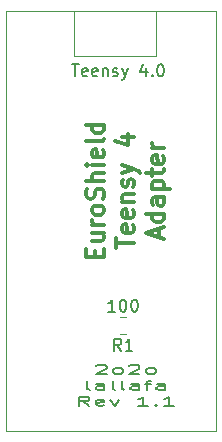
<source format=gbr>
G04 #@! TF.GenerationSoftware,KiCad,Pcbnew,(5.1.5-0-10_14)*
G04 #@! TF.CreationDate,2020-09-26T21:14:20+02:00*
G04 #@! TF.ProjectId,es_t4,65735f74-342e-46b6-9963-61645f706362,rev?*
G04 #@! TF.SameCoordinates,Original*
G04 #@! TF.FileFunction,Legend,Top*
G04 #@! TF.FilePolarity,Positive*
%FSLAX46Y46*%
G04 Gerber Fmt 4.6, Leading zero omitted, Abs format (unit mm)*
G04 Created by KiCad (PCBNEW (5.1.5-0-10_14)) date 2020-09-26 21:14:20*
%MOMM*%
%LPD*%
G04 APERTURE LIST*
%ADD10C,0.190500*%
%ADD11C,0.300000*%
%ADD12C,0.150000*%
%ADD13C,0.120000*%
G04 APERTURE END LIST*
D10*
X138470000Y-99921785D02*
X138541428Y-99885500D01*
X138684285Y-99849214D01*
X139041428Y-99849214D01*
X139184285Y-99885500D01*
X139255714Y-99921785D01*
X139327142Y-99994357D01*
X139327142Y-100066928D01*
X139255714Y-100175785D01*
X138398571Y-100611214D01*
X139327142Y-100611214D01*
X140184285Y-100611214D02*
X140041428Y-100574928D01*
X139970000Y-100538642D01*
X139898571Y-100466071D01*
X139898571Y-100248357D01*
X139970000Y-100175785D01*
X140041428Y-100139500D01*
X140184285Y-100103214D01*
X140398571Y-100103214D01*
X140541428Y-100139500D01*
X140612857Y-100175785D01*
X140684285Y-100248357D01*
X140684285Y-100466071D01*
X140612857Y-100538642D01*
X140541428Y-100574928D01*
X140398571Y-100611214D01*
X140184285Y-100611214D01*
X141255714Y-99921785D02*
X141327142Y-99885500D01*
X141470000Y-99849214D01*
X141827142Y-99849214D01*
X141970000Y-99885500D01*
X142041428Y-99921785D01*
X142112857Y-99994357D01*
X142112857Y-100066928D01*
X142041428Y-100175785D01*
X141184285Y-100611214D01*
X142112857Y-100611214D01*
X142970000Y-100611214D02*
X142827142Y-100574928D01*
X142755714Y-100538642D01*
X142684285Y-100466071D01*
X142684285Y-100248357D01*
X142755714Y-100175785D01*
X142827142Y-100139500D01*
X142970000Y-100103214D01*
X143184285Y-100103214D01*
X143327142Y-100139500D01*
X143398571Y-100175785D01*
X143470000Y-100248357D01*
X143470000Y-100466071D01*
X143398571Y-100538642D01*
X143327142Y-100574928D01*
X143184285Y-100611214D01*
X142970000Y-100611214D01*
X137898571Y-101944714D02*
X137755714Y-101908428D01*
X137684285Y-101835857D01*
X137684285Y-101182714D01*
X139112857Y-101944714D02*
X139112857Y-101545571D01*
X139041428Y-101473000D01*
X138898571Y-101436714D01*
X138612857Y-101436714D01*
X138470000Y-101473000D01*
X139112857Y-101908428D02*
X138970000Y-101944714D01*
X138612857Y-101944714D01*
X138470000Y-101908428D01*
X138398571Y-101835857D01*
X138398571Y-101763285D01*
X138470000Y-101690714D01*
X138612857Y-101654428D01*
X138970000Y-101654428D01*
X139112857Y-101618142D01*
X140041428Y-101944714D02*
X139898571Y-101908428D01*
X139827142Y-101835857D01*
X139827142Y-101182714D01*
X140827142Y-101944714D02*
X140684285Y-101908428D01*
X140612857Y-101835857D01*
X140612857Y-101182714D01*
X142041428Y-101944714D02*
X142041428Y-101545571D01*
X141970000Y-101473000D01*
X141827142Y-101436714D01*
X141541428Y-101436714D01*
X141398571Y-101473000D01*
X142041428Y-101908428D02*
X141898571Y-101944714D01*
X141541428Y-101944714D01*
X141398571Y-101908428D01*
X141327142Y-101835857D01*
X141327142Y-101763285D01*
X141398571Y-101690714D01*
X141541428Y-101654428D01*
X141898571Y-101654428D01*
X142041428Y-101618142D01*
X142541428Y-101436714D02*
X143112857Y-101436714D01*
X142755714Y-101944714D02*
X142755714Y-101291571D01*
X142827142Y-101219000D01*
X142970000Y-101182714D01*
X143112857Y-101182714D01*
X144255714Y-101944714D02*
X144255714Y-101545571D01*
X144184285Y-101473000D01*
X144041428Y-101436714D01*
X143755714Y-101436714D01*
X143612857Y-101473000D01*
X144255714Y-101908428D02*
X144112857Y-101944714D01*
X143755714Y-101944714D01*
X143612857Y-101908428D01*
X143541428Y-101835857D01*
X143541428Y-101763285D01*
X143612857Y-101690714D01*
X143755714Y-101654428D01*
X144112857Y-101654428D01*
X144255714Y-101618142D01*
X137862857Y-103278214D02*
X137362857Y-102915357D01*
X137005714Y-103278214D02*
X137005714Y-102516214D01*
X137577142Y-102516214D01*
X137720000Y-102552500D01*
X137791428Y-102588785D01*
X137862857Y-102661357D01*
X137862857Y-102770214D01*
X137791428Y-102842785D01*
X137720000Y-102879071D01*
X137577142Y-102915357D01*
X137005714Y-102915357D01*
X139077142Y-103241928D02*
X138934285Y-103278214D01*
X138648571Y-103278214D01*
X138505714Y-103241928D01*
X138434285Y-103169357D01*
X138434285Y-102879071D01*
X138505714Y-102806500D01*
X138648571Y-102770214D01*
X138934285Y-102770214D01*
X139077142Y-102806500D01*
X139148571Y-102879071D01*
X139148571Y-102951642D01*
X138434285Y-103024214D01*
X139648571Y-102770214D02*
X140005714Y-103278214D01*
X140362857Y-102770214D01*
X142862857Y-103278214D02*
X142005714Y-103278214D01*
X142434285Y-103278214D02*
X142434285Y-102516214D01*
X142291428Y-102625071D01*
X142148571Y-102697642D01*
X142005714Y-102733928D01*
X143505714Y-103205642D02*
X143577142Y-103241928D01*
X143505714Y-103278214D01*
X143434285Y-103241928D01*
X143505714Y-103205642D01*
X143505714Y-103278214D01*
X145005714Y-103278214D02*
X144148571Y-103278214D01*
X144577142Y-103278214D02*
X144577142Y-102516214D01*
X144434285Y-102625071D01*
X144291428Y-102697642D01*
X144148571Y-102733928D01*
D11*
X138312857Y-90697142D02*
X138312857Y-90197142D01*
X139098571Y-89982857D02*
X139098571Y-90697142D01*
X137598571Y-90697142D01*
X137598571Y-89982857D01*
X138098571Y-88697142D02*
X139098571Y-88697142D01*
X138098571Y-89340000D02*
X138884285Y-89340000D01*
X139027142Y-89268571D01*
X139098571Y-89125714D01*
X139098571Y-88911428D01*
X139027142Y-88768571D01*
X138955714Y-88697142D01*
X139098571Y-87982857D02*
X138098571Y-87982857D01*
X138384285Y-87982857D02*
X138241428Y-87911428D01*
X138170000Y-87840000D01*
X138098571Y-87697142D01*
X138098571Y-87554285D01*
X139098571Y-86840000D02*
X139027142Y-86982857D01*
X138955714Y-87054285D01*
X138812857Y-87125714D01*
X138384285Y-87125714D01*
X138241428Y-87054285D01*
X138170000Y-86982857D01*
X138098571Y-86840000D01*
X138098571Y-86625714D01*
X138170000Y-86482857D01*
X138241428Y-86411428D01*
X138384285Y-86340000D01*
X138812857Y-86340000D01*
X138955714Y-86411428D01*
X139027142Y-86482857D01*
X139098571Y-86625714D01*
X139098571Y-86840000D01*
X139027142Y-85768571D02*
X139098571Y-85554285D01*
X139098571Y-85197142D01*
X139027142Y-85054285D01*
X138955714Y-84982857D01*
X138812857Y-84911428D01*
X138670000Y-84911428D01*
X138527142Y-84982857D01*
X138455714Y-85054285D01*
X138384285Y-85197142D01*
X138312857Y-85482857D01*
X138241428Y-85625714D01*
X138170000Y-85697142D01*
X138027142Y-85768571D01*
X137884285Y-85768571D01*
X137741428Y-85697142D01*
X137670000Y-85625714D01*
X137598571Y-85482857D01*
X137598571Y-85125714D01*
X137670000Y-84911428D01*
X139098571Y-84268571D02*
X137598571Y-84268571D01*
X139098571Y-83625714D02*
X138312857Y-83625714D01*
X138170000Y-83697142D01*
X138098571Y-83840000D01*
X138098571Y-84054285D01*
X138170000Y-84197142D01*
X138241428Y-84268571D01*
X139098571Y-82911428D02*
X138098571Y-82911428D01*
X137598571Y-82911428D02*
X137670000Y-82982857D01*
X137741428Y-82911428D01*
X137670000Y-82840000D01*
X137598571Y-82911428D01*
X137741428Y-82911428D01*
X139027142Y-81625714D02*
X139098571Y-81768571D01*
X139098571Y-82054285D01*
X139027142Y-82197142D01*
X138884285Y-82268571D01*
X138312857Y-82268571D01*
X138170000Y-82197142D01*
X138098571Y-82054285D01*
X138098571Y-81768571D01*
X138170000Y-81625714D01*
X138312857Y-81554285D01*
X138455714Y-81554285D01*
X138598571Y-82268571D01*
X139098571Y-80697142D02*
X139027142Y-80840000D01*
X138884285Y-80911428D01*
X137598571Y-80911428D01*
X139098571Y-79482857D02*
X137598571Y-79482857D01*
X139027142Y-79482857D02*
X139098571Y-79625714D01*
X139098571Y-79911428D01*
X139027142Y-80054285D01*
X138955714Y-80125714D01*
X138812857Y-80197142D01*
X138384285Y-80197142D01*
X138241428Y-80125714D01*
X138170000Y-80054285D01*
X138098571Y-79911428D01*
X138098571Y-79625714D01*
X138170000Y-79482857D01*
X140148571Y-89947142D02*
X140148571Y-89090000D01*
X141648571Y-89518571D02*
X140148571Y-89518571D01*
X141577142Y-88018571D02*
X141648571Y-88161428D01*
X141648571Y-88447142D01*
X141577142Y-88590000D01*
X141434285Y-88661428D01*
X140862857Y-88661428D01*
X140720000Y-88590000D01*
X140648571Y-88447142D01*
X140648571Y-88161428D01*
X140720000Y-88018571D01*
X140862857Y-87947142D01*
X141005714Y-87947142D01*
X141148571Y-88661428D01*
X141577142Y-86732857D02*
X141648571Y-86875714D01*
X141648571Y-87161428D01*
X141577142Y-87304285D01*
X141434285Y-87375714D01*
X140862857Y-87375714D01*
X140720000Y-87304285D01*
X140648571Y-87161428D01*
X140648571Y-86875714D01*
X140720000Y-86732857D01*
X140862857Y-86661428D01*
X141005714Y-86661428D01*
X141148571Y-87375714D01*
X140648571Y-86018571D02*
X141648571Y-86018571D01*
X140791428Y-86018571D02*
X140720000Y-85947142D01*
X140648571Y-85804285D01*
X140648571Y-85590000D01*
X140720000Y-85447142D01*
X140862857Y-85375714D01*
X141648571Y-85375714D01*
X141577142Y-84732857D02*
X141648571Y-84590000D01*
X141648571Y-84304285D01*
X141577142Y-84161428D01*
X141434285Y-84090000D01*
X141362857Y-84090000D01*
X141220000Y-84161428D01*
X141148571Y-84304285D01*
X141148571Y-84518571D01*
X141077142Y-84661428D01*
X140934285Y-84732857D01*
X140862857Y-84732857D01*
X140720000Y-84661428D01*
X140648571Y-84518571D01*
X140648571Y-84304285D01*
X140720000Y-84161428D01*
X140648571Y-83590000D02*
X141648571Y-83232857D01*
X140648571Y-82875714D02*
X141648571Y-83232857D01*
X142005714Y-83375714D01*
X142077142Y-83447142D01*
X142148571Y-83590000D01*
X140648571Y-80518571D02*
X141648571Y-80518571D01*
X140077142Y-80875714D02*
X141148571Y-81232857D01*
X141148571Y-80304285D01*
X143770000Y-89018571D02*
X143770000Y-88304285D01*
X144198571Y-89161428D02*
X142698571Y-88661428D01*
X144198571Y-88161428D01*
X144198571Y-87018571D02*
X142698571Y-87018571D01*
X144127142Y-87018571D02*
X144198571Y-87161428D01*
X144198571Y-87447142D01*
X144127142Y-87590000D01*
X144055714Y-87661428D01*
X143912857Y-87732857D01*
X143484285Y-87732857D01*
X143341428Y-87661428D01*
X143270000Y-87590000D01*
X143198571Y-87447142D01*
X143198571Y-87161428D01*
X143270000Y-87018571D01*
X144198571Y-85661428D02*
X143412857Y-85661428D01*
X143270000Y-85732857D01*
X143198571Y-85875714D01*
X143198571Y-86161428D01*
X143270000Y-86304285D01*
X144127142Y-85661428D02*
X144198571Y-85804285D01*
X144198571Y-86161428D01*
X144127142Y-86304285D01*
X143984285Y-86375714D01*
X143841428Y-86375714D01*
X143698571Y-86304285D01*
X143627142Y-86161428D01*
X143627142Y-85804285D01*
X143555714Y-85661428D01*
X143198571Y-84947142D02*
X144698571Y-84947142D01*
X143270000Y-84947142D02*
X143198571Y-84804285D01*
X143198571Y-84518571D01*
X143270000Y-84375714D01*
X143341428Y-84304285D01*
X143484285Y-84232857D01*
X143912857Y-84232857D01*
X144055714Y-84304285D01*
X144127142Y-84375714D01*
X144198571Y-84518571D01*
X144198571Y-84804285D01*
X144127142Y-84947142D01*
X143198571Y-83804285D02*
X143198571Y-83232857D01*
X142698571Y-83590000D02*
X143984285Y-83590000D01*
X144127142Y-83518571D01*
X144198571Y-83375714D01*
X144198571Y-83232857D01*
X144127142Y-82161428D02*
X144198571Y-82304285D01*
X144198571Y-82590000D01*
X144127142Y-82732857D01*
X143984285Y-82804285D01*
X143412857Y-82804285D01*
X143270000Y-82732857D01*
X143198571Y-82590000D01*
X143198571Y-82304285D01*
X143270000Y-82161428D01*
X143412857Y-82090000D01*
X143555714Y-82090000D01*
X143698571Y-82804285D01*
X144198571Y-81447142D02*
X143198571Y-81447142D01*
X143484285Y-81447142D02*
X143341428Y-81375714D01*
X143270000Y-81304285D01*
X143198571Y-81161428D01*
X143198571Y-81018571D01*
D12*
X136382619Y-74382380D02*
X136954047Y-74382380D01*
X136668333Y-75382380D02*
X136668333Y-74382380D01*
X137668333Y-75334761D02*
X137573095Y-75382380D01*
X137382619Y-75382380D01*
X137287380Y-75334761D01*
X137239761Y-75239523D01*
X137239761Y-74858571D01*
X137287380Y-74763333D01*
X137382619Y-74715714D01*
X137573095Y-74715714D01*
X137668333Y-74763333D01*
X137715952Y-74858571D01*
X137715952Y-74953809D01*
X137239761Y-75049047D01*
X138525476Y-75334761D02*
X138430238Y-75382380D01*
X138239761Y-75382380D01*
X138144523Y-75334761D01*
X138096904Y-75239523D01*
X138096904Y-74858571D01*
X138144523Y-74763333D01*
X138239761Y-74715714D01*
X138430238Y-74715714D01*
X138525476Y-74763333D01*
X138573095Y-74858571D01*
X138573095Y-74953809D01*
X138096904Y-75049047D01*
X139001666Y-74715714D02*
X139001666Y-75382380D01*
X139001666Y-74810952D02*
X139049285Y-74763333D01*
X139144523Y-74715714D01*
X139287380Y-74715714D01*
X139382619Y-74763333D01*
X139430238Y-74858571D01*
X139430238Y-75382380D01*
X139858809Y-75334761D02*
X139954047Y-75382380D01*
X140144523Y-75382380D01*
X140239761Y-75334761D01*
X140287380Y-75239523D01*
X140287380Y-75191904D01*
X140239761Y-75096666D01*
X140144523Y-75049047D01*
X140001666Y-75049047D01*
X139906428Y-75001428D01*
X139858809Y-74906190D01*
X139858809Y-74858571D01*
X139906428Y-74763333D01*
X140001666Y-74715714D01*
X140144523Y-74715714D01*
X140239761Y-74763333D01*
X140620714Y-74715714D02*
X140858809Y-75382380D01*
X141096904Y-74715714D02*
X140858809Y-75382380D01*
X140763571Y-75620476D01*
X140715952Y-75668095D01*
X140620714Y-75715714D01*
X142668333Y-74715714D02*
X142668333Y-75382380D01*
X142430238Y-74334761D02*
X142192142Y-75049047D01*
X142811190Y-75049047D01*
X143192142Y-75287142D02*
X143239761Y-75334761D01*
X143192142Y-75382380D01*
X143144523Y-75334761D01*
X143192142Y-75287142D01*
X143192142Y-75382380D01*
X143858809Y-74382380D02*
X143954047Y-74382380D01*
X144049285Y-74430000D01*
X144096904Y-74477619D01*
X144144523Y-74572857D01*
X144192142Y-74763333D01*
X144192142Y-75001428D01*
X144144523Y-75191904D01*
X144096904Y-75287142D01*
X144049285Y-75334761D01*
X143954047Y-75382380D01*
X143858809Y-75382380D01*
X143763571Y-75334761D01*
X143715952Y-75287142D01*
X143668333Y-75191904D01*
X143620714Y-75001428D01*
X143620714Y-74763333D01*
X143668333Y-74572857D01*
X143715952Y-74477619D01*
X143763571Y-74430000D01*
X143858809Y-74382380D01*
D13*
X143510000Y-73660000D02*
X143510000Y-69850000D01*
X136525000Y-73660000D02*
X143510000Y-73660000D01*
X136525000Y-69850000D02*
X136525000Y-73660000D01*
X130810000Y-105410000D02*
X130810000Y-69850000D01*
X148590000Y-105410000D02*
X130810000Y-105410000D01*
X148590000Y-69850000D02*
X148590000Y-105410000D01*
X130810000Y-69850000D02*
X148590000Y-69850000D01*
X140986252Y-95810000D02*
X140463748Y-95810000D01*
X140986252Y-97230000D02*
X140463748Y-97230000D01*
D12*
X140558333Y-98622380D02*
X140225000Y-98146190D01*
X139986904Y-98622380D02*
X139986904Y-97622380D01*
X140367857Y-97622380D01*
X140463095Y-97670000D01*
X140510714Y-97717619D01*
X140558333Y-97812857D01*
X140558333Y-97955714D01*
X140510714Y-98050952D01*
X140463095Y-98098571D01*
X140367857Y-98146190D01*
X139986904Y-98146190D01*
X141510714Y-98622380D02*
X140939285Y-98622380D01*
X141225000Y-98622380D02*
X141225000Y-97622380D01*
X141129761Y-97765238D01*
X141034523Y-97860476D01*
X140939285Y-97908095D01*
X140058333Y-95322380D02*
X139486904Y-95322380D01*
X139772619Y-95322380D02*
X139772619Y-94322380D01*
X139677380Y-94465238D01*
X139582142Y-94560476D01*
X139486904Y-94608095D01*
X140677380Y-94322380D02*
X140772619Y-94322380D01*
X140867857Y-94370000D01*
X140915476Y-94417619D01*
X140963095Y-94512857D01*
X141010714Y-94703333D01*
X141010714Y-94941428D01*
X140963095Y-95131904D01*
X140915476Y-95227142D01*
X140867857Y-95274761D01*
X140772619Y-95322380D01*
X140677380Y-95322380D01*
X140582142Y-95274761D01*
X140534523Y-95227142D01*
X140486904Y-95131904D01*
X140439285Y-94941428D01*
X140439285Y-94703333D01*
X140486904Y-94512857D01*
X140534523Y-94417619D01*
X140582142Y-94370000D01*
X140677380Y-94322380D01*
X141629761Y-94322380D02*
X141725000Y-94322380D01*
X141820238Y-94370000D01*
X141867857Y-94417619D01*
X141915476Y-94512857D01*
X141963095Y-94703333D01*
X141963095Y-94941428D01*
X141915476Y-95131904D01*
X141867857Y-95227142D01*
X141820238Y-95274761D01*
X141725000Y-95322380D01*
X141629761Y-95322380D01*
X141534523Y-95274761D01*
X141486904Y-95227142D01*
X141439285Y-95131904D01*
X141391666Y-94941428D01*
X141391666Y-94703333D01*
X141439285Y-94512857D01*
X141486904Y-94417619D01*
X141534523Y-94370000D01*
X141629761Y-94322380D01*
M02*

</source>
